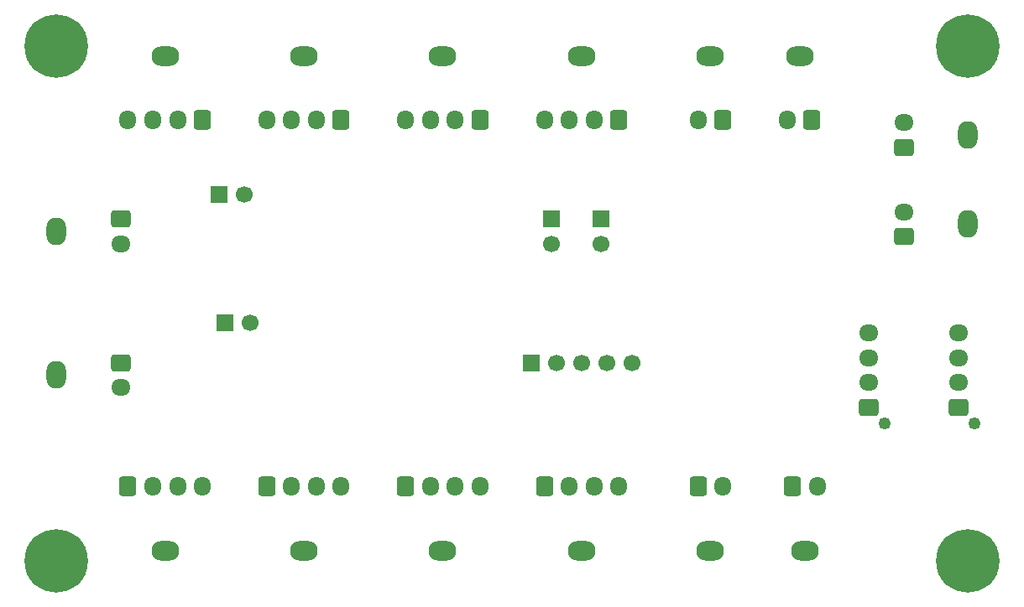
<source format=gbr>
%TF.GenerationSoftware,KiCad,Pcbnew,9.0.1*%
%TF.CreationDate,2025-05-30T13:12:11+09:00*%
%TF.ProjectId,Altair_MDD_V3,416c7461-6972-45f4-9d44-445f56332e6b,rev?*%
%TF.SameCoordinates,Original*%
%TF.FileFunction,Soldermask,Bot*%
%TF.FilePolarity,Negative*%
%FSLAX46Y46*%
G04 Gerber Fmt 4.6, Leading zero omitted, Abs format (unit mm)*
G04 Created by KiCad (PCBNEW 9.0.1) date 2025-05-30 13:12:11*
%MOMM*%
%LPD*%
G01*
G04 APERTURE LIST*
G04 Aperture macros list*
%AMRoundRect*
0 Rectangle with rounded corners*
0 $1 Rounding radius*
0 $2 $3 $4 $5 $6 $7 $8 $9 X,Y pos of 4 corners*
0 Add a 4 corners polygon primitive as box body*
4,1,4,$2,$3,$4,$5,$6,$7,$8,$9,$2,$3,0*
0 Add four circle primitives for the rounded corners*
1,1,$1+$1,$2,$3*
1,1,$1+$1,$4,$5*
1,1,$1+$1,$6,$7*
1,1,$1+$1,$8,$9*
0 Add four rect primitives between the rounded corners*
20,1,$1+$1,$2,$3,$4,$5,0*
20,1,$1+$1,$4,$5,$6,$7,0*
20,1,$1+$1,$6,$7,$8,$9,0*
20,1,$1+$1,$8,$9,$2,$3,0*%
G04 Aperture macros list end*
%ADD10O,2.800000X2.000000*%
%ADD11RoundRect,0.250000X0.600000X0.725000X-0.600000X0.725000X-0.600000X-0.725000X0.600000X-0.725000X0*%
%ADD12O,1.700000X1.950000*%
%ADD13R,1.700000X1.700000*%
%ADD14C,1.700000*%
%ADD15O,2.000000X2.800000*%
%ADD16RoundRect,0.250000X0.725000X-0.600000X0.725000X0.600000X-0.725000X0.600000X-0.725000X-0.600000X0*%
%ADD17O,1.950000X1.700000*%
%ADD18RoundRect,0.250000X-0.600000X-0.725000X0.600000X-0.725000X0.600000X0.725000X-0.600000X0.725000X0*%
%ADD19C,0.800000*%
%ADD20C,6.400000*%
%ADD21C,1.250000*%
%ADD22RoundRect,0.250000X-0.725000X0.600000X-0.725000X-0.600000X0.725000X-0.600000X0.725000X0.600000X0*%
G04 APERTURE END LIST*
D10*
%TO.C,J13*%
X99000000Y-45000000D03*
D11*
X102750000Y-51500000D03*
D12*
X100250000Y-51500000D03*
X97750000Y-51500000D03*
X95250000Y-51500000D03*
%TD*%
D13*
%TO.C,J2*%
X129000000Y-61460000D03*
D14*
X129000000Y-64000000D03*
%TD*%
D15*
%TO.C,J6*%
X166000000Y-53000000D03*
D16*
X159500000Y-54250000D03*
D17*
X159500000Y-51750000D03*
%TD*%
D10*
%TO.C,J11*%
X149000000Y-45000000D03*
D11*
X150250000Y-51500000D03*
D12*
X147750000Y-51500000D03*
%TD*%
D10*
%TO.C,J10*%
X140000000Y-45000000D03*
D11*
X141250000Y-51500000D03*
D12*
X138750000Y-51500000D03*
%TD*%
D10*
%TO.C,J20*%
X85000000Y-95000000D03*
D18*
X81250000Y-88500000D03*
D12*
X83750000Y-88500000D03*
X86250000Y-88500000D03*
X88750000Y-88500000D03*
%TD*%
D10*
%TO.C,J14*%
X113000000Y-45000000D03*
D11*
X116750000Y-51500000D03*
D12*
X114250000Y-51500000D03*
X111750000Y-51500000D03*
X109250000Y-51500000D03*
%TD*%
D19*
%TO.C,H2*%
X71600000Y-44000000D03*
X72302944Y-42302944D03*
X72302944Y-45697056D03*
X74000000Y-41600000D03*
D20*
X74000000Y-44000000D03*
D19*
X74000000Y-46400000D03*
X75697056Y-42302944D03*
X75697056Y-45697056D03*
X76400000Y-44000000D03*
%TD*%
D21*
%TO.C,J18*%
X166600000Y-82100000D03*
D16*
X165000000Y-80500000D03*
D17*
X165000000Y-78000000D03*
X165000000Y-75500000D03*
X165000000Y-73000000D03*
%TD*%
D10*
%TO.C,J23*%
X127000000Y-95000000D03*
D18*
X123250000Y-88500000D03*
D12*
X125750000Y-88500000D03*
X128250000Y-88500000D03*
X130750000Y-88500000D03*
%TD*%
D13*
%TO.C,J4*%
X90460000Y-59000000D03*
D14*
X93000000Y-59000000D03*
%TD*%
D21*
%TO.C,J19*%
X157600000Y-82100000D03*
D16*
X156000000Y-80500000D03*
D17*
X156000000Y-78000000D03*
X156000000Y-75500000D03*
X156000000Y-73000000D03*
%TD*%
D13*
%TO.C,J1*%
X124000000Y-61460000D03*
D14*
X124000000Y-64000000D03*
%TD*%
D10*
%TO.C,J9*%
X149550000Y-95000000D03*
D18*
X148300000Y-88500000D03*
D12*
X150800000Y-88500000D03*
%TD*%
D10*
%TO.C,J15*%
X127000000Y-45000000D03*
D11*
X130750000Y-51500000D03*
D12*
X128250000Y-51500000D03*
X125750000Y-51500000D03*
X123250000Y-51500000D03*
%TD*%
D19*
%TO.C,H1*%
X71600000Y-96000000D03*
X72302944Y-94302944D03*
X72302944Y-97697056D03*
X74000000Y-93600000D03*
D20*
X74000000Y-96000000D03*
D19*
X74000000Y-98400000D03*
X75697056Y-94302944D03*
X75697056Y-97697056D03*
X76400000Y-96000000D03*
%TD*%
D13*
%TO.C,J5*%
X91000000Y-72000000D03*
D14*
X93540000Y-72000000D03*
%TD*%
D10*
%TO.C,J21*%
X99000000Y-95000000D03*
D18*
X95250000Y-88500000D03*
D12*
X97750000Y-88500000D03*
X100250000Y-88500000D03*
X102750000Y-88500000D03*
%TD*%
D10*
%TO.C,J22*%
X113000000Y-95000000D03*
D18*
X109250000Y-88500000D03*
D12*
X111750000Y-88500000D03*
X114250000Y-88500000D03*
X116750000Y-88500000D03*
%TD*%
D10*
%TO.C,J8*%
X140000000Y-95000000D03*
D18*
X138750000Y-88500000D03*
D12*
X141250000Y-88500000D03*
%TD*%
D19*
%TO.C,H4*%
X163600000Y-96000000D03*
X164302944Y-94302944D03*
X164302944Y-97697056D03*
X166000000Y-93600000D03*
D20*
X166000000Y-96000000D03*
D19*
X166000000Y-98400000D03*
X167697056Y-94302944D03*
X167697056Y-97697056D03*
X168400000Y-96000000D03*
%TD*%
D15*
%TO.C,J17*%
X74000000Y-77250000D03*
D22*
X80500000Y-76000000D03*
D17*
X80500000Y-78500000D03*
%TD*%
D13*
%TO.C,J3*%
X121920000Y-76000000D03*
D14*
X124460000Y-76000000D03*
X127000000Y-76000000D03*
X129540000Y-76000000D03*
X132080000Y-76000000D03*
%TD*%
D15*
%TO.C,J16*%
X74000000Y-62750000D03*
D22*
X80500000Y-61500000D03*
D17*
X80500000Y-64000000D03*
%TD*%
D10*
%TO.C,J12*%
X85000000Y-45000000D03*
D11*
X88750000Y-51500000D03*
D12*
X86250000Y-51500000D03*
X83750000Y-51500000D03*
X81250000Y-51500000D03*
%TD*%
D15*
%TO.C,J7*%
X166000000Y-62000000D03*
D16*
X159500000Y-63250000D03*
D17*
X159500000Y-60750000D03*
%TD*%
D19*
%TO.C,H3*%
X163600000Y-44000000D03*
X164302944Y-42302944D03*
X164302944Y-45697056D03*
X166000000Y-41600000D03*
D20*
X166000000Y-44000000D03*
D19*
X166000000Y-46400000D03*
X167697056Y-42302944D03*
X167697056Y-45697056D03*
X168400000Y-44000000D03*
%TD*%
M02*

</source>
